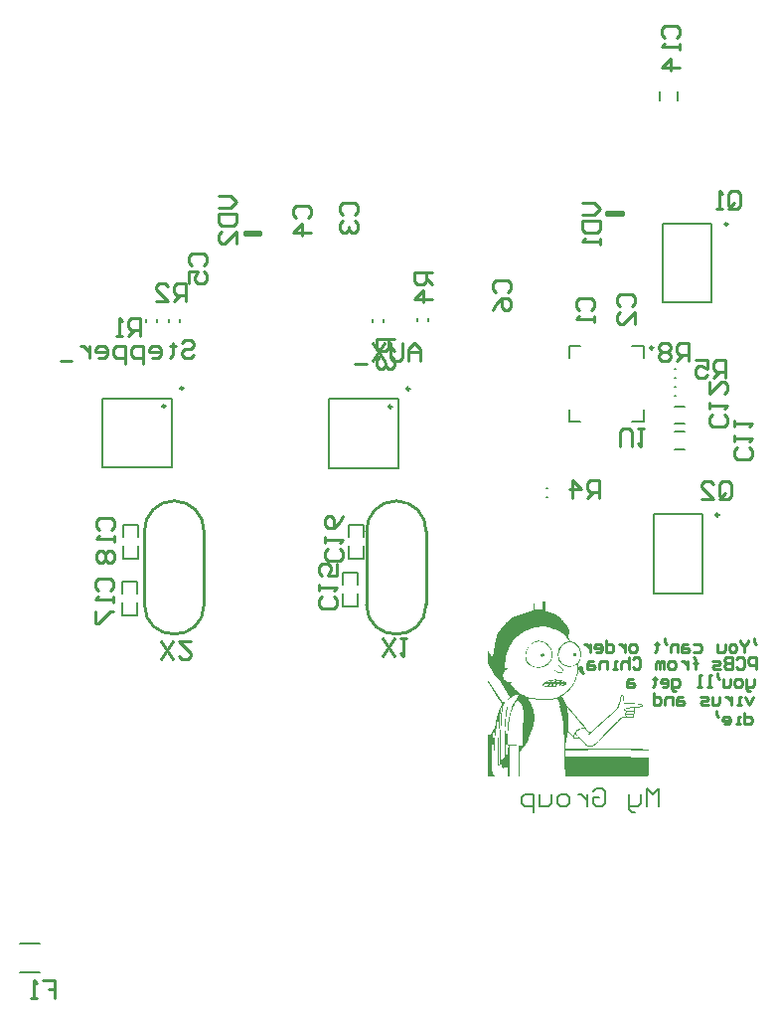
<source format=gbo>
G04 Layer_Color=13813960*
%FSLAX24Y24*%
%MOIN*%
G70*
G01*
G75*
%ADD19C,0.0100*%
%ADD20C,0.0059*%
%ADD61C,0.0098*%
%ADD63C,0.0079*%
%ADD107C,0.0050*%
G36*
X23133Y20345D02*
Y20333D01*
Y20322D01*
X23127Y20305D01*
Y20300D01*
X23122Y20294D01*
Y20277D01*
X23116Y20249D01*
X23110Y20221D01*
X23105Y20176D01*
X23099Y20125D01*
X23094Y20063D01*
Y20058D01*
X23088Y20030D01*
Y19996D01*
X23082Y19957D01*
Y19906D01*
X23077Y19850D01*
Y19749D01*
Y19743D01*
Y19737D01*
X23071Y19715D01*
X23066Y19709D01*
X23060Y19704D01*
X23054Y19709D01*
X23049Y19720D01*
Y19726D01*
X23043Y19743D01*
Y19754D01*
Y19782D01*
Y19810D01*
X23049Y19850D01*
Y19855D01*
Y19861D01*
X23054Y19900D01*
Y19951D01*
X23060Y20013D01*
X23066Y20080D01*
X23077Y20148D01*
X23082Y20204D01*
X23088Y20255D01*
Y20260D01*
Y20272D01*
X23094Y20305D01*
X23105Y20339D01*
X23116Y20350D01*
X23133D01*
Y20345D01*
D02*
G37*
G36*
X24415Y23736D02*
Y23730D01*
Y23719D01*
Y23697D01*
Y23657D01*
Y23573D01*
X24477Y23556D01*
X24483D01*
X24488Y23550D01*
X24522Y23545D01*
X24573Y23528D01*
X24635Y23505D01*
X24640D01*
X24646Y23500D01*
X24680Y23483D01*
X24725Y23466D01*
X24764Y23449D01*
X24770Y23444D01*
X24792Y23432D01*
X24826Y23410D01*
X24860Y23387D01*
X24865Y23382D01*
X24893Y23354D01*
X24933Y23314D01*
X24983Y23258D01*
X24989Y23252D01*
X25000Y23241D01*
X25017Y23219D01*
X25040Y23196D01*
X25090Y23145D01*
X25113Y23123D01*
X25129Y23100D01*
X25135Y23089D01*
X25146Y23067D01*
X25169Y23027D01*
X25186Y22977D01*
Y22971D01*
X25191Y22960D01*
Y22937D01*
Y22915D01*
X25197Y22881D01*
Y22842D01*
X25186Y22757D01*
X25175Y22690D01*
X25203Y22645D01*
Y22639D01*
X25214Y22628D01*
X25236Y22600D01*
X25270Y22566D01*
X25281Y22561D01*
X25293Y22555D01*
X25298D01*
X25309Y22549D01*
X25326Y22544D01*
X25360Y22532D01*
X25366Y22527D01*
X25388Y22516D01*
X25422Y22499D01*
X25450Y22476D01*
X25456Y22471D01*
X25473Y22454D01*
X25501Y22431D01*
X25529Y22392D01*
Y22386D01*
X25534Y22381D01*
X25551Y22352D01*
X25568Y22319D01*
X25585Y22279D01*
Y22268D01*
X25591Y22246D01*
X25596Y22201D01*
X25602Y22144D01*
Y22139D01*
Y22116D01*
Y22088D01*
X25596Y22054D01*
X25585Y21964D01*
X25568Y21919D01*
X25546Y21880D01*
X25518Y21829D01*
X25512Y21700D01*
Y21689D01*
Y21666D01*
X25506Y21621D01*
X25501Y21571D01*
X25495Y21514D01*
X25484Y21453D01*
X25450Y21329D01*
Y21323D01*
X25444Y21318D01*
X25433Y21290D01*
X25416Y21245D01*
X25388Y21194D01*
Y21188D01*
X25383Y21183D01*
X25366Y21149D01*
X25343Y21104D01*
X25315Y21065D01*
X25304Y21053D01*
X25276Y21025D01*
X25236Y20975D01*
X25175Y20913D01*
X25169Y20907D01*
X25158Y20896D01*
X25141Y20879D01*
X25118Y20856D01*
X25068Y20811D01*
X25011Y20766D01*
X25000Y20761D01*
X24983Y20744D01*
X24966Y20733D01*
X24955Y20721D01*
Y20716D01*
Y20705D01*
X24966Y20699D01*
Y20693D01*
X24978Y20682D01*
X24989Y20665D01*
X25006Y20631D01*
X25011Y20620D01*
X25023Y20598D01*
X25040Y20564D01*
X25062Y20519D01*
Y20513D01*
X25073Y20491D01*
X25085Y20474D01*
X25096Y20452D01*
X25101Y20446D01*
X25107Y20435D01*
X25141Y20395D01*
Y20390D01*
X25152Y20384D01*
X25163Y20367D01*
X25186Y20350D01*
X25208Y20322D01*
X25236Y20288D01*
X25276Y20249D01*
X25315Y20204D01*
X25321Y20198D01*
X25332Y20182D01*
X25354Y20159D01*
X25377Y20131D01*
X25433Y20063D01*
X25461Y20035D01*
X25484Y20007D01*
X25714Y19720D01*
X25771Y19659D01*
X25776Y19653D01*
X25788Y19630D01*
X25816Y19608D01*
X25844Y19574D01*
X25849Y19569D01*
X25866Y19546D01*
X25889Y19529D01*
X25900Y19524D01*
X25911Y19529D01*
X25928Y19540D01*
X25956Y19563D01*
X26080Y19664D01*
X26569Y20114D01*
X26738Y20266D01*
X26749Y20277D01*
X26766Y20294D01*
X26794Y20322D01*
X26817Y20345D01*
Y20350D01*
X26828Y20362D01*
X26834Y20378D01*
X26839Y20407D01*
X26884Y20513D01*
Y20519D01*
X26895Y20536D01*
X26901Y20558D01*
X26907Y20581D01*
Y20587D01*
X26912Y20598D01*
Y20626D01*
X26918Y20654D01*
Y20660D01*
Y20665D01*
Y20693D01*
X26924Y20727D01*
X26929Y20755D01*
Y20761D01*
X26935Y20766D01*
X26946Y20778D01*
X26963Y20783D01*
X26969D01*
X26985Y20789D01*
X27002Y20778D01*
X27014Y20761D01*
X27025Y20744D01*
Y20738D01*
X27036Y20721D01*
X27042Y20699D01*
X27047Y20671D01*
Y20665D01*
Y20643D01*
X27053Y20609D01*
Y20564D01*
Y20497D01*
X27188D01*
X27216Y20491D01*
X27295D01*
X27390Y20485D01*
X27413D01*
X27435Y20480D01*
X27463D01*
X27525Y20474D01*
X27559Y20468D01*
X27587D01*
X27604Y20463D01*
X27621Y20457D01*
X27643Y20452D01*
X27666Y20440D01*
X27683Y20423D01*
X27694Y20407D01*
Y20390D01*
X27688Y20384D01*
X27683Y20378D01*
X27666Y20367D01*
X27638Y20362D01*
X27598Y20350D01*
X27542Y20345D01*
X27469Y20333D01*
X27418D01*
X27413Y20300D01*
Y20294D01*
X27407Y20283D01*
X27402Y20255D01*
Y20249D01*
X27396Y20243D01*
Y20221D01*
Y20198D01*
Y20193D01*
Y20176D01*
Y20159D01*
X27390Y20142D01*
X27385Y20137D01*
X27379Y20125D01*
X27373Y20108D01*
Y20092D01*
Y20080D01*
X27368Y20058D01*
X27357Y20030D01*
X27328Y20007D01*
X27317Y20002D01*
X27165D01*
X27014Y20007D01*
X27008D01*
X26997Y20002D01*
X26974Y19990D01*
X26957Y19973D01*
X26935Y19957D01*
X26929Y19951D01*
X26924Y19945D01*
X26901Y19928D01*
X26879Y19900D01*
X26839Y19861D01*
X26794Y19816D01*
X26738Y19760D01*
X26670Y19687D01*
X26665Y19681D01*
X26659Y19675D01*
X26642Y19659D01*
X26620Y19636D01*
X26564Y19585D01*
X26496Y19518D01*
X26417Y19445D01*
X26339Y19366D01*
X26266Y19293D01*
X26192Y19225D01*
X26187Y19220D01*
X26164Y19197D01*
X26136Y19169D01*
X26102Y19141D01*
X26069Y19107D01*
X26035Y19079D01*
X26007Y19057D01*
X25990Y19046D01*
X25984Y19040D01*
X25967Y19034D01*
X25945Y19029D01*
X25872D01*
X25849Y19034D01*
X25827Y19040D01*
X25821D01*
X25804Y19051D01*
X25776Y19074D01*
X25737Y19113D01*
X25731D01*
X25726Y19124D01*
X25698Y19152D01*
X25647Y19203D01*
X25591Y19265D01*
X25585Y19270D01*
X25574Y19287D01*
X25557Y19304D01*
X25546Y19315D01*
X25529D01*
X25518Y19310D01*
X25512D01*
X25495Y19304D01*
X25411D01*
X25388Y19310D01*
X25366Y19315D01*
X25354Y19327D01*
X25343Y19338D01*
X25326Y19355D01*
X25203Y19479D01*
X25197Y19484D01*
X25186Y19495D01*
X25175Y19507D01*
X25169Y19512D01*
X25163Y19501D01*
X25152Y19490D01*
X25146Y19462D01*
Y19450D01*
X25141Y19428D01*
X25135Y19394D01*
X25124Y19355D01*
X25101Y19259D01*
X25096Y19214D01*
X25085Y19175D01*
Y19169D01*
X25079Y19164D01*
X25073Y19136D01*
X25068Y19091D01*
Y19046D01*
Y19040D01*
Y19034D01*
Y19012D01*
Y18984D01*
X25073Y18961D01*
X25079Y18956D01*
X25090D01*
X25101Y18950D01*
X27655D01*
X27722Y18944D01*
X27857D01*
X27863Y18939D01*
X27874Y18927D01*
Y18922D01*
X27868Y18916D01*
X27857Y18911D01*
X27306D01*
X27239Y18916D01*
X25900D01*
X25726Y18911D01*
X25557D01*
X25068Y18899D01*
X25073Y18826D01*
Y18821D01*
Y18815D01*
Y18787D01*
Y18753D01*
X25079Y18731D01*
Y18714D01*
X26440D01*
X26479Y18708D01*
X26507D01*
X26710Y18702D01*
X27868Y18680D01*
Y18056D01*
X27767Y18033D01*
X27750D01*
X27733Y18028D01*
X27700D01*
X27649Y18022D01*
X27582D01*
X27542Y18016D01*
X25068D01*
X25062Y18078D01*
X25051Y18483D01*
Y18489D01*
Y18494D01*
Y18511D01*
Y18534D01*
X25045Y18596D01*
Y18674D01*
Y18770D01*
X25040Y18877D01*
X25034Y18989D01*
Y19113D01*
X25023Y19366D01*
X25017Y19484D01*
X25011Y19602D01*
X25006Y19704D01*
X24995Y19799D01*
X24989Y19878D01*
X24983Y19934D01*
Y19940D01*
Y19945D01*
X24972Y19979D01*
X24966Y20030D01*
X24955Y20092D01*
X24938Y20153D01*
X24921Y20221D01*
X24910Y20277D01*
X24893Y20322D01*
X24888Y20328D01*
X24882Y20345D01*
X24876Y20367D01*
X24871Y20384D01*
Y20390D01*
X24876Y20395D01*
X24893D01*
X24899Y20401D01*
X24905Y20412D01*
Y20418D01*
X24899Y20435D01*
X24888Y20468D01*
X24882Y20491D01*
X24871Y20519D01*
Y20525D01*
X24865Y20530D01*
X24848Y20564D01*
X24831Y20598D01*
X24826Y20615D01*
X24815Y20626D01*
X24786Y20648D01*
X24730Y20637D01*
X24725D01*
X24713Y20631D01*
X24696Y20626D01*
X24680Y20620D01*
X24629Y20609D01*
X24578Y20603D01*
X24567D01*
X24533Y20598D01*
X24483Y20592D01*
X24421D01*
X24308Y20598D01*
X24213Y20603D01*
X23937Y20637D01*
X23830Y20660D01*
X23825D01*
Y20654D01*
X23830Y20643D01*
X23836Y20631D01*
X23847Y20615D01*
X23853Y20603D01*
X23870Y20581D01*
X23892Y20536D01*
X23920Y20468D01*
Y20463D01*
X23926Y20452D01*
X23937Y20429D01*
X23943Y20401D01*
X23971Y20333D01*
X23999Y20249D01*
Y20243D01*
X24005Y20232D01*
Y20215D01*
X24010Y20193D01*
X24016Y20165D01*
X24022Y20131D01*
X24027Y20047D01*
Y20041D01*
Y20024D01*
Y20002D01*
Y19973D01*
X24022Y19900D01*
X24016Y19827D01*
Y19822D01*
X24010Y19816D01*
Y19799D01*
X24005Y19777D01*
X23993Y19720D01*
X23971Y19647D01*
X23948Y19563D01*
X23920Y19479D01*
X23881Y19383D01*
X23842Y19293D01*
Y19287D01*
X23836Y19282D01*
X23825Y19254D01*
X23802Y19214D01*
X23774Y19164D01*
Y19158D01*
X23768Y19152D01*
X23746Y19124D01*
X23723Y19085D01*
X23695Y19057D01*
X23538Y18832D01*
X23532Y18039D01*
Y18033D01*
X23527Y18028D01*
X23521Y18022D01*
X23515Y18016D01*
X23510Y18022D01*
X23504Y18033D01*
Y18050D01*
Y18067D01*
X23515Y18792D01*
X23521Y18961D01*
Y18972D01*
Y18995D01*
Y19023D01*
Y19046D01*
X23515D01*
X23504Y19051D01*
X23482Y19057D01*
X23369D01*
X23212Y19074D01*
X23206D01*
X23200Y19068D01*
Y19057D01*
Y19051D01*
X23195Y19040D01*
Y19012D01*
X23189Y18989D01*
Y18961D01*
Y18753D01*
Y18433D01*
Y18427D01*
Y18421D01*
Y18388D01*
Y18337D01*
Y18275D01*
Y18213D01*
Y18157D01*
Y18106D01*
Y18073D01*
Y18067D01*
Y18061D01*
X23184Y18039D01*
X23178Y18022D01*
Y18016D01*
X23167D01*
X23161Y18022D01*
Y18033D01*
Y18039D01*
X23155Y18056D01*
Y18089D01*
Y18112D01*
Y18140D01*
Y18151D01*
Y18179D01*
Y18219D01*
Y18269D01*
X23150Y18314D01*
Y18354D01*
X23144Y18382D01*
X23139Y18393D01*
X23133D01*
X23122Y18388D01*
X23099Y18371D01*
X23060Y18348D01*
X23054Y18343D01*
X23037Y18331D01*
X23015Y18320D01*
X22998Y18309D01*
X22992D01*
X22987Y18303D01*
X22976Y18309D01*
X22964Y18320D01*
X22959Y18326D01*
X22953Y18343D01*
X22947Y18382D01*
X22942Y18404D01*
Y18438D01*
Y18444D01*
Y18455D01*
X22936Y18489D01*
Y18534D01*
X22942Y18579D01*
Y18590D01*
X22947Y18601D01*
X22959Y18618D01*
X23043Y18714D01*
Y19422D01*
Y19428D01*
Y19439D01*
Y19462D01*
X23049Y19484D01*
Y19529D01*
X23054Y19546D01*
Y19557D01*
Y19563D01*
X23066D01*
X23071Y19552D01*
Y19540D01*
Y19524D01*
X23077Y19501D01*
Y19473D01*
Y18877D01*
Y18871D01*
Y18860D01*
X23082Y18821D01*
Y18787D01*
X23088Y18776D01*
Y18770D01*
X23094Y18776D01*
X23105Y18781D01*
X23122Y18798D01*
X23127Y18804D01*
X23139Y18815D01*
X23150Y18826D01*
X23155Y18843D01*
Y18888D01*
X23167Y19074D01*
X23139Y19079D01*
X23133D01*
X23122Y19085D01*
X23110Y19096D01*
X23105Y19107D01*
Y19119D01*
Y19136D01*
Y19164D01*
Y19203D01*
X23110Y19259D01*
Y19327D01*
X23116Y19411D01*
Y19422D01*
Y19450D01*
X23122Y19495D01*
Y19552D01*
X23127Y19670D01*
X23133Y19720D01*
X23139Y19765D01*
Y19777D01*
X23144Y19805D01*
X23150Y19855D01*
X23161Y19912D01*
X23178Y19979D01*
X23189Y20052D01*
X23206Y20125D01*
X23229Y20198D01*
Y20204D01*
X23240Y20232D01*
X23251Y20266D01*
X23268Y20311D01*
X23285Y20362D01*
X23313Y20418D01*
X23375Y20536D01*
X23414Y20598D01*
Y20603D01*
X23420Y20615D01*
X23425Y20626D01*
X23431Y20637D01*
X23437Y20643D01*
X23442Y20660D01*
X23459Y20688D01*
X23465Y20693D01*
X23476Y20710D01*
X23487Y20733D01*
X23504Y20750D01*
X23510Y20755D01*
X23521Y20778D01*
Y20783D01*
X23510Y20789D01*
X23499D01*
X23476Y20783D01*
X23442Y20772D01*
X23437D01*
X23431Y20766D01*
X23409Y20761D01*
X23375Y20755D01*
X23347Y20744D01*
X23341Y20738D01*
X23319Y20733D01*
X23296Y20716D01*
X23262Y20699D01*
X23257Y20693D01*
X23234Y20682D01*
X23217Y20671D01*
X23200Y20660D01*
Y20654D01*
X23195Y20648D01*
X23189Y20643D01*
X23178D01*
X23161Y20631D01*
X23139Y20609D01*
X23116Y20587D01*
X23094Y20564D01*
X23088Y20558D01*
X23082Y20553D01*
X23054Y20519D01*
X23026Y20485D01*
X23004Y20446D01*
Y20440D01*
X22998Y20435D01*
X22992Y20418D01*
X22987Y20390D01*
X22981Y20350D01*
X22970Y20294D01*
X22964Y20227D01*
X22953Y20137D01*
Y20131D01*
Y20125D01*
X22947Y20092D01*
X22942Y20035D01*
X22936Y19962D01*
X22931Y19878D01*
X22925Y19777D01*
X22919Y19670D01*
X22914Y19552D01*
X22908Y19372D01*
X22891Y18433D01*
X22869Y18421D01*
X22863D01*
X22857Y18416D01*
X22829Y18404D01*
X22818D01*
X22807Y18416D01*
X22801Y18444D01*
Y18449D01*
Y18466D01*
Y18500D01*
Y18551D01*
Y18590D01*
Y18629D01*
Y18674D01*
Y18731D01*
X22807Y18787D01*
Y18854D01*
Y18933D01*
X22812Y19017D01*
Y19023D01*
Y19040D01*
Y19062D01*
Y19096D01*
Y19136D01*
X22818Y19181D01*
Y19282D01*
X22824Y19400D01*
Y19524D01*
X22829Y19642D01*
X22835Y19749D01*
Y19760D01*
Y19782D01*
X22841Y19816D01*
Y19861D01*
Y19906D01*
Y19945D01*
Y19979D01*
Y20002D01*
Y20007D01*
X22835D01*
X22829Y20002D01*
X22824Y19996D01*
X22818Y19973D01*
X22807Y19945D01*
X22796Y19900D01*
Y19895D01*
X22790Y19878D01*
X22784Y19855D01*
X22779Y19822D01*
X22773Y19777D01*
X22767Y19726D01*
X22756Y19670D01*
X22751Y19608D01*
X22734Y19473D01*
X22717Y19321D01*
X22711Y19158D01*
X22706Y19001D01*
Y18995D01*
Y18989D01*
Y18956D01*
Y18922D01*
Y18899D01*
Y18894D01*
X22700Y18888D01*
Y18877D01*
X22694D01*
X22689Y18882D01*
Y18888D01*
X22683Y18905D01*
Y18927D01*
X22677Y18961D01*
Y19001D01*
Y19057D01*
Y19062D01*
Y19085D01*
Y19113D01*
Y19152D01*
Y19197D01*
X22683Y19254D01*
X22689Y19360D01*
X22706Y19557D01*
Y19563D01*
Y19569D01*
X22700Y19580D01*
X22694D01*
X22689Y19569D01*
X22677Y19557D01*
X22666Y19540D01*
Y19535D01*
X22661Y19524D01*
X22655Y19507D01*
X22649Y19484D01*
Y19479D01*
X22644Y19450D01*
Y19428D01*
Y19405D01*
X22638Y19372D01*
Y19332D01*
Y19321D01*
X22632Y19293D01*
Y19248D01*
X22627Y19197D01*
Y19136D01*
X22621Y19068D01*
X22616Y19001D01*
Y18933D01*
Y18927D01*
Y18905D01*
Y18877D01*
Y18837D01*
Y18759D01*
Y18719D01*
Y18686D01*
Y18404D01*
Y18399D01*
Y18382D01*
Y18359D01*
Y18331D01*
X22621Y18264D01*
Y18236D01*
X22627Y18208D01*
Y18202D01*
Y18196D01*
X22632Y18174D01*
X22638Y18140D01*
X22655Y18106D01*
Y18101D01*
X22661Y18089D01*
X22672Y18078D01*
X22683Y18067D01*
Y18061D01*
X22694Y18056D01*
X22711Y18039D01*
Y18033D01*
Y18028D01*
X22700Y18022D01*
X22694D01*
X22677Y18016D01*
X22458D01*
Y19422D01*
X22509Y19428D01*
X22520D01*
X22542Y19434D01*
X22571Y19439D01*
X22587Y19450D01*
X22593Y19456D01*
X22599Y19462D01*
Y19479D01*
Y19484D01*
Y19490D01*
X22610Y19524D01*
X22638Y19569D01*
X22677Y19630D01*
X22689Y19642D01*
X22706Y19670D01*
Y19675D01*
X22711Y19681D01*
X22717Y19715D01*
Y19720D01*
X22722Y19737D01*
X22728Y19754D01*
X22734Y19760D01*
Y19771D01*
Y19782D01*
Y19788D01*
Y19805D01*
Y19833D01*
X22745Y19878D01*
Y19884D01*
Y19889D01*
X22751Y19923D01*
X22762Y19968D01*
X22779Y20030D01*
Y20035D01*
X22784Y20041D01*
Y20058D01*
X22790Y20080D01*
X22807Y20131D01*
X22829Y20193D01*
Y20198D01*
X22835Y20204D01*
X22852Y20243D01*
X22874Y20294D01*
X22897Y20350D01*
X22931Y20423D01*
Y20429D01*
X22936Y20440D01*
X22942Y20457D01*
Y20468D01*
X22936Y20474D01*
X22931Y20491D01*
X22919Y20519D01*
X22914Y20525D01*
X22897Y20553D01*
X22880Y20575D01*
X22863Y20603D01*
X22841Y20637D01*
X22812Y20676D01*
X22492Y21177D01*
X22486Y21183D01*
X22475Y21205D01*
X22464Y21233D01*
X22458Y21261D01*
Y21267D01*
Y21273D01*
X22464D01*
X22475Y21267D01*
Y21261D01*
X22486Y21245D01*
X22497Y21228D01*
X22514Y21205D01*
X22531Y21183D01*
X22554Y21149D01*
X22931Y20558D01*
X22936Y20553D01*
X22947Y20536D01*
X22964Y20519D01*
X22976Y20508D01*
X22992Y20513D01*
X23004Y20519D01*
X23021Y20530D01*
X23037Y20547D01*
X23066Y20575D01*
X23178Y20682D01*
X23206Y20710D01*
X22891Y21188D01*
X22683Y21475D01*
X22458Y21818D01*
X22464Y22274D01*
X22514Y22201D01*
X22520Y22195D01*
X22531Y22178D01*
X22548Y22156D01*
X22571Y22127D01*
X22587Y22105D01*
X22610Y22082D01*
X22621Y22071D01*
X22632D01*
Y22077D01*
X22638Y22082D01*
Y22094D01*
X22644Y22111D01*
X22649Y22133D01*
X22661Y22167D01*
X22666Y22206D01*
Y22212D01*
Y22229D01*
X22672Y22251D01*
X22677Y22279D01*
X22689Y22358D01*
X22700Y22442D01*
Y22454D01*
X22706Y22476D01*
X22711Y22521D01*
X22722Y22577D01*
Y22583D01*
Y22589D01*
X22734Y22622D01*
X22745Y22667D01*
X22756Y22707D01*
Y22712D01*
X22762Y22724D01*
X22767Y22740D01*
X22779Y22769D01*
X22807Y22830D01*
X22852Y22904D01*
X22857Y22909D01*
X22863Y22920D01*
X22880Y22937D01*
X22897Y22960D01*
X22942Y23016D01*
X22998Y23078D01*
X23043Y23129D01*
X23082Y23174D01*
X23088Y23185D01*
X23116Y23207D01*
X23150Y23247D01*
X23200Y23292D01*
X23206D01*
X23212Y23303D01*
X23245Y23325D01*
X23290Y23354D01*
X23341Y23382D01*
X23352Y23387D01*
X23364Y23393D01*
X23386Y23399D01*
X23414Y23410D01*
X23454Y23427D01*
X23504Y23444D01*
X23566Y23466D01*
X23915Y23578D01*
X23926Y23584D01*
X23948Y23595D01*
X23977Y23607D01*
X23999Y23612D01*
X24005Y23618D01*
X24010Y23629D01*
Y23646D01*
X24016Y23753D01*
Y23758D01*
Y23770D01*
Y23803D01*
Y23843D01*
X24022Y23860D01*
Y23871D01*
Y23877D01*
Y23882D01*
X24027Y23888D01*
X24038D01*
X24050Y23877D01*
Y23865D01*
Y23848D01*
X24044Y23820D01*
X24050Y23623D01*
X24308Y23629D01*
Y23888D01*
X24415D01*
Y23736D01*
D02*
G37*
%LPC*%
G36*
X26980Y20750D02*
X26969D01*
X26957Y20733D01*
Y20727D01*
X26952Y20710D01*
Y20682D01*
X26946Y20631D01*
Y20626D01*
X26940Y20603D01*
Y20581D01*
X26935Y20558D01*
Y20553D01*
X26929Y20542D01*
X26918Y20519D01*
X26907Y20497D01*
X26901Y20485D01*
X26895Y20463D01*
X26879Y20435D01*
X26867Y20395D01*
X26862Y20384D01*
X26856Y20367D01*
X26850Y20339D01*
Y20322D01*
Y20317D01*
Y20311D01*
X26845Y20305D01*
X26828D01*
X26811Y20288D01*
X26794Y20277D01*
X26772Y20260D01*
X26744Y20232D01*
X26710Y20198D01*
X26704Y20193D01*
X26693Y20182D01*
X26676Y20165D01*
X26648Y20142D01*
X26620Y20114D01*
X26581Y20080D01*
X26496Y19996D01*
X25883Y19439D01*
X25877D01*
X25872Y19428D01*
X25849Y19417D01*
X25833Y19405D01*
X25821D01*
Y19417D01*
X25827Y19422D01*
X25838Y19434D01*
X25855Y19450D01*
X25861D01*
X25866Y19462D01*
X25872Y19473D01*
Y19490D01*
X25866Y19495D01*
X25861Y19507D01*
X25838Y19529D01*
X25799Y19569D01*
X25731Y19636D01*
X25658Y19630D01*
X25647D01*
X25619Y19625D01*
X25579Y19619D01*
X25546Y19614D01*
X25540Y19608D01*
X25523Y19602D01*
X25495Y19580D01*
X25467Y19557D01*
X25461Y19552D01*
X25444Y19535D01*
X25428Y19524D01*
X25422Y19512D01*
Y19501D01*
X25433Y19484D01*
X25450Y19456D01*
X25743Y19152D01*
Y19147D01*
X25754Y19141D01*
X25782Y19119D01*
X25816Y19091D01*
X25844Y19068D01*
X25849D01*
X25861Y19062D01*
X25872Y19057D01*
X25922D01*
X25951Y19062D01*
X25979Y19074D01*
X26007Y19091D01*
X26018Y19102D01*
X26035Y19119D01*
X26057Y19141D01*
X26091Y19169D01*
X26136Y19214D01*
X26192Y19265D01*
X26260Y19332D01*
X26271Y19344D01*
X26294Y19366D01*
X26333Y19405D01*
X26384Y19456D01*
X26446Y19518D01*
X26519Y19591D01*
X26597Y19664D01*
X26682Y19749D01*
X26693Y19760D01*
X26715Y19782D01*
X26755Y19816D01*
X26794Y19861D01*
X26839Y19906D01*
X26884Y19951D01*
X26924Y19985D01*
X26952Y20013D01*
X26957Y20018D01*
X26980Y20035D01*
X26997Y20041D01*
X27008Y20047D01*
X27014Y20041D01*
X27019D01*
X27030Y20035D01*
X27047Y20030D01*
X27070Y20024D01*
X27115D01*
Y20030D01*
X27109Y20041D01*
X27098Y20058D01*
X27092Y20063D01*
X27087Y20075D01*
X27075Y20092D01*
Y20108D01*
Y20120D01*
Y20125D01*
X27070Y20137D01*
X27064Y20142D01*
Y20153D01*
X27070Y20170D01*
X27075Y20182D01*
X27092Y20193D01*
X27098Y20198D01*
X27109Y20204D01*
Y20210D01*
Y20215D01*
X27104Y20221D01*
X27075D01*
X27059Y20227D01*
X27047Y20238D01*
X27042D01*
X27036Y20243D01*
X27025Y20255D01*
X27019Y20266D01*
Y20272D01*
X27030Y20283D01*
X27042Y20294D01*
X27064Y20305D01*
X27092Y20317D01*
X27137Y20333D01*
X27199Y20345D01*
X27278Y20350D01*
X27340Y20356D01*
X27373D01*
X27418Y20362D01*
X27486Y20373D01*
X27503D01*
X27537Y20378D01*
X27576Y20384D01*
X27598Y20390D01*
X27610D01*
X27638Y20395D01*
X27643D01*
X27649Y20401D01*
X27655Y20407D01*
Y20418D01*
X27649D01*
X27632Y20429D01*
X27621Y20435D01*
X27598D01*
X27570Y20440D01*
X27537Y20446D01*
X27514D01*
X27492Y20452D01*
X27458D01*
X27413Y20457D01*
X27357D01*
X27289Y20463D01*
X27030D01*
X27025Y20558D01*
Y20564D01*
Y20581D01*
X27019Y20609D01*
Y20637D01*
X27008Y20699D01*
X27002Y20727D01*
X26991Y20744D01*
X26985D01*
X26980Y20750D01*
D02*
G37*
G36*
X25124Y20350D02*
Y20345D01*
Y20333D01*
X25129Y20305D01*
X25141Y20260D01*
Y20255D01*
X25146Y20243D01*
X25152Y20210D01*
X25163Y20159D01*
X25175Y20114D01*
Y20103D01*
X25180Y20075D01*
X25186Y20030D01*
Y19968D01*
Y19962D01*
Y19940D01*
Y19912D01*
Y19872D01*
X25180Y19816D01*
Y19754D01*
X25175Y19687D01*
X25163Y19608D01*
Y19569D01*
X25309Y19411D01*
X25315Y19405D01*
X25321Y19400D01*
X25332Y19394D01*
X25343Y19389D01*
X25349Y19394D01*
Y19400D01*
X25354Y19417D01*
Y19422D01*
X25360Y19439D01*
X25371Y19462D01*
X25388Y19495D01*
X25394Y19501D01*
X25405Y19524D01*
X25422Y19552D01*
X25444Y19580D01*
X25450Y19585D01*
X25473Y19602D01*
X25501Y19625D01*
X25534Y19642D01*
X25540D01*
X25563Y19647D01*
X25602Y19653D01*
X25647Y19659D01*
X25681D01*
X25703Y19664D01*
X25709D01*
X25714Y19670D01*
X25709Y19681D01*
X25698Y19692D01*
X25681Y19715D01*
X25411Y20041D01*
X25186Y20305D01*
X25180Y20311D01*
X25158Y20328D01*
X25141Y20345D01*
X25124Y20350D01*
D02*
G37*
G36*
X27334Y20108D02*
X27317D01*
X27306Y20103D01*
X27278Y20097D01*
X27165D01*
X27137Y20103D01*
X27109D01*
Y20092D01*
Y20086D01*
X27115Y20075D01*
X27126Y20063D01*
X27149Y20047D01*
X27160Y20041D01*
X27188Y20035D01*
X27194D01*
X27205Y20030D01*
X27267D01*
X27300Y20035D01*
X27334Y20052D01*
X27345Y20063D01*
Y20080D01*
Y20086D01*
X27340Y20097D01*
X27334Y20108D01*
D02*
G37*
G36*
X24393Y23055D02*
X24286D01*
X24213Y23050D01*
X24202D01*
X24185Y23044D01*
X24162D01*
X24106Y23033D01*
X24033Y23016D01*
X23948Y22999D01*
X23864Y22971D01*
X23768Y22932D01*
X23679Y22887D01*
X23673D01*
X23667Y22881D01*
X23639Y22864D01*
X23594Y22830D01*
X23538Y22791D01*
X23476Y22746D01*
X23414Y22684D01*
X23347Y22617D01*
X23290Y22544D01*
Y22538D01*
X23285Y22532D01*
X23262Y22504D01*
X23240Y22454D01*
X23206Y22392D01*
X23167Y22313D01*
X23133Y22229D01*
X23099Y22133D01*
X23077Y22037D01*
Y22032D01*
X23071Y22015D01*
Y21993D01*
X23066Y21964D01*
Y21925D01*
X23060Y21886D01*
X23054Y21790D01*
Y21784D01*
Y21768D01*
Y21745D01*
Y21723D01*
Y21672D01*
X23060Y21655D01*
X23066Y21644D01*
X23071D01*
X23082Y21649D01*
X23099Y21661D01*
X23105D01*
X23116Y21666D01*
X23139Y21672D01*
X23161Y21683D01*
X23200D01*
Y21678D01*
Y21666D01*
X23195Y21661D01*
X23184Y21655D01*
X23161Y21649D01*
X23155D01*
X23144Y21644D01*
X23127Y21638D01*
X23099Y21627D01*
X23094Y21621D01*
X23071Y21610D01*
X23054Y21593D01*
X23032Y21571D01*
X23026Y21565D01*
X23021Y21548D01*
X23009Y21526D01*
X22992Y21492D01*
X22987Y21453D01*
Y21408D01*
X22992Y21363D01*
X23009Y21318D01*
Y21312D01*
X23021Y21301D01*
X23037Y21278D01*
X23060Y21256D01*
X23088Y21233D01*
X23127Y21211D01*
X23172Y21200D01*
X23229Y21194D01*
X23285D01*
X23290Y21188D01*
X23285Y21183D01*
X23268Y21171D01*
X23262D01*
X23257Y21166D01*
X23245D01*
X23240Y21160D01*
Y21155D01*
X23245Y21143D01*
X23262Y21115D01*
X23274Y21098D01*
X23296Y21070D01*
Y21065D01*
X23307Y21059D01*
X23330Y21020D01*
X23369Y20975D01*
X23420Y20924D01*
X23425Y20918D01*
X23437Y20907D01*
X23459Y20890D01*
X23482Y20868D01*
X23487Y20862D01*
X23504Y20851D01*
X23544Y20823D01*
X23555Y20817D01*
X23583Y20800D01*
X23628Y20778D01*
X23684Y20750D01*
X23690D01*
X23695Y20744D01*
X23729Y20727D01*
X23774Y20710D01*
X23819Y20693D01*
X23825D01*
X23836Y20688D01*
X23858Y20682D01*
X23892Y20676D01*
X23932Y20671D01*
X23982Y20665D01*
X24038Y20654D01*
X24100Y20648D01*
X24106D01*
X24128Y20643D01*
X24162D01*
X24207Y20637D01*
X24258Y20631D01*
X24314D01*
X24427Y20626D01*
X24511D01*
X24550Y20631D01*
X24578D01*
X24612Y20637D01*
X24651Y20648D01*
X24657D01*
X24668Y20654D01*
X24691Y20660D01*
X24713Y20665D01*
X24764Y20676D01*
X24815Y20693D01*
X24826Y20699D01*
X24848Y20705D01*
X24882Y20721D01*
X24921Y20750D01*
X24933Y20755D01*
X24955Y20772D01*
X24989Y20795D01*
X25028Y20823D01*
X25034Y20828D01*
X25062Y20851D01*
X25101Y20885D01*
X25152Y20935D01*
X25158Y20941D01*
X25175Y20958D01*
X25197Y20986D01*
X25231Y21014D01*
X25264Y21059D01*
X25298Y21098D01*
X25332Y21149D01*
X25360Y21200D01*
Y21205D01*
X25371Y21222D01*
X25383Y21250D01*
X25399Y21290D01*
X25416Y21335D01*
X25433Y21385D01*
X25450Y21447D01*
X25467Y21514D01*
Y21520D01*
Y21526D01*
X25473Y21559D01*
X25478Y21616D01*
X25484Y21683D01*
Y21689D01*
Y21700D01*
Y21734D01*
Y21773D01*
Y21790D01*
X25478Y21796D01*
X25473Y21790D01*
X25456Y21784D01*
X25433Y21773D01*
X25422Y21768D01*
X25394Y21751D01*
X25349Y21728D01*
X25293Y21717D01*
X25276D01*
X25259Y21711D01*
X25186D01*
X25129Y21717D01*
X25124D01*
X25107Y21723D01*
X25079Y21734D01*
X25045Y21751D01*
X25011Y21768D01*
X24972Y21796D01*
X24933Y21829D01*
X24899Y21869D01*
X24893Y21874D01*
X24882Y21891D01*
X24871Y21914D01*
X24854Y21948D01*
X24843Y21987D01*
X24826Y22032D01*
X24820Y22088D01*
Y22144D01*
Y22150D01*
Y22167D01*
X24826Y22189D01*
X24831Y22217D01*
X24848Y22291D01*
X24888Y22369D01*
Y22375D01*
X24899Y22386D01*
X24910Y22403D01*
X24927Y22426D01*
X24978Y22476D01*
X25040Y22516D01*
X25045D01*
X25068Y22527D01*
X25096Y22538D01*
X25129Y22549D01*
X25135D01*
X25152Y22555D01*
X25175Y22561D01*
X25208D01*
X25219Y22566D01*
Y22572D01*
X25208Y22583D01*
X25186Y22617D01*
X25175Y22639D01*
X25152Y22667D01*
X25146Y22673D01*
X25141Y22679D01*
X25113Y22712D01*
X25073Y22757D01*
X25034Y22791D01*
X25028Y22797D01*
X25017Y22802D01*
X25000Y22819D01*
X24983Y22836D01*
X24927Y22875D01*
X24871Y22909D01*
X24865D01*
X24854Y22915D01*
X24837Y22926D01*
X24809Y22937D01*
X24775Y22949D01*
X24730Y22965D01*
X24685Y22982D01*
X24629Y22999D01*
X24623D01*
X24601Y23005D01*
X24573Y23016D01*
X24539Y23022D01*
X24460Y23044D01*
X24427Y23050D01*
X24393Y23055D01*
D02*
G37*
G36*
X27368Y20333D02*
X27328D01*
X27289Y20328D01*
X27239Y20317D01*
X27233D01*
X27210Y20311D01*
X27182Y20305D01*
X27149Y20300D01*
X27115Y20294D01*
X27087Y20283D01*
X27064Y20277D01*
X27059Y20272D01*
Y20266D01*
X27064Y20260D01*
X27081Y20255D01*
X27109Y20249D01*
X27120D01*
X27143Y20243D01*
X27188Y20238D01*
X27300D01*
X27323Y20243D01*
X27334D01*
X27357Y20255D01*
X27362Y20260D01*
X27373Y20272D01*
X27379Y20294D01*
Y20322D01*
X27373Y20328D01*
X27368Y20333D01*
D02*
G37*
G36*
X27357Y20215D02*
X27340D01*
X27267Y20204D01*
X27255D01*
X27227Y20198D01*
X27194Y20193D01*
X27154Y20187D01*
X27120Y20176D01*
X27098Y20165D01*
Y20159D01*
Y20148D01*
X27109Y20142D01*
X27126Y20137D01*
X27132D01*
X27149Y20131D01*
X27188Y20125D01*
X27289D01*
X27312Y20131D01*
X27323D01*
X27340Y20142D01*
X27345Y20148D01*
X27357Y20159D01*
X27368Y20176D01*
X27362Y20204D01*
Y20210D01*
X27357Y20215D01*
D02*
G37*
G36*
X23465Y20587D02*
X23459D01*
X23442Y20575D01*
X23437Y20570D01*
X23431Y20553D01*
X23409Y20530D01*
X23386Y20485D01*
Y20480D01*
X23380Y20474D01*
X23358Y20446D01*
X23341Y20401D01*
X23319Y20356D01*
X23313Y20345D01*
X23307Y20322D01*
X23290Y20283D01*
X23274Y20232D01*
X23251Y20170D01*
X23229Y20097D01*
X23212Y20018D01*
X23195Y19934D01*
Y19923D01*
X23189Y19889D01*
X23184Y19844D01*
X23172Y19771D01*
X23167Y19692D01*
X23161Y19591D01*
X23155Y19484D01*
X23150Y19360D01*
X23144Y19124D01*
Y19119D01*
X23155Y19113D01*
X23172Y19107D01*
X23184D01*
X23217Y19102D01*
X23274Y19096D01*
X23347Y19091D01*
X23364D01*
X23386Y19085D01*
X23409D01*
X23465Y19079D01*
X23622D01*
X23628Y19411D01*
Y19422D01*
Y19450D01*
Y19490D01*
Y19535D01*
Y19591D01*
Y19636D01*
X23634Y19681D01*
Y19715D01*
Y19726D01*
X23639Y19754D01*
X23645Y19794D01*
X23650Y19839D01*
Y19844D01*
X23656Y19867D01*
X23662Y19895D01*
X23667Y19940D01*
X23673Y19990D01*
X23679Y20047D01*
X23673Y20170D01*
Y20176D01*
Y20193D01*
X23667Y20215D01*
X23662Y20243D01*
X23650Y20311D01*
X23628Y20384D01*
Y20390D01*
X23622Y20401D01*
X23611Y20412D01*
X23600Y20435D01*
X23566Y20485D01*
X23515Y20542D01*
X23510Y20547D01*
X23493Y20564D01*
X23476Y20581D01*
X23465Y20587D01*
D02*
G37*
G36*
X25219Y22527D02*
X25163Y22521D01*
X25107Y22510D01*
X25101D01*
X25096Y22504D01*
X25062Y22493D01*
X25023Y22471D01*
X24983Y22442D01*
X24972Y22437D01*
X24955Y22409D01*
X24927Y22375D01*
X24905Y22330D01*
X24899Y22324D01*
X24893Y22307D01*
X24882Y22279D01*
X24871Y22246D01*
X24860Y22206D01*
X24854Y22161D01*
X24848Y22116D01*
X24854Y22066D01*
Y22060D01*
X24860Y22043D01*
Y22021D01*
X24871Y21987D01*
X24882Y21953D01*
X24899Y21919D01*
X24927Y21880D01*
X24955Y21846D01*
X24961Y21841D01*
X24983Y21824D01*
X25017Y21801D01*
X25062Y21779D01*
X25113Y21756D01*
X25175Y21739D01*
X25236Y21734D01*
X25309Y21745D01*
X25315D01*
X25338Y21756D01*
X25371Y21773D01*
X25411Y21796D01*
X25456Y21829D01*
X25495Y21874D01*
X25534Y21931D01*
X25563Y21998D01*
Y22004D01*
X25568Y22032D01*
X25574Y22071D01*
Y22122D01*
Y22127D01*
Y22133D01*
Y22161D01*
X25568Y22201D01*
X25563Y22234D01*
Y22240D01*
X25551Y22262D01*
X25540Y22291D01*
X25523Y22330D01*
X25501Y22369D01*
X25473Y22409D01*
X25439Y22448D01*
X25394Y22482D01*
X25388Y22487D01*
X25371Y22493D01*
X25343Y22504D01*
X25309Y22516D01*
X25264Y22521D01*
X25219Y22527D01*
D02*
G37*
G36*
X22942Y20350D02*
X22936Y20345D01*
Y20339D01*
X22931Y20333D01*
X22919Y20317D01*
X22914Y20294D01*
Y20288D01*
X22908Y20283D01*
X22902Y20249D01*
X22891Y20198D01*
Y20193D01*
Y20170D01*
X22886Y20137D01*
Y20092D01*
X22880Y20035D01*
X22874Y19973D01*
Y19900D01*
X22869Y19822D01*
X22852Y19439D01*
Y19434D01*
Y19428D01*
Y19394D01*
X22846Y19344D01*
Y19270D01*
Y19186D01*
X22841Y19085D01*
Y18967D01*
Y18843D01*
Y18837D01*
Y18826D01*
Y18809D01*
Y18787D01*
Y18731D01*
Y18657D01*
Y18590D01*
Y18522D01*
Y18472D01*
Y18455D01*
Y18444D01*
X22857D01*
X22863Y18449D01*
X22869Y18455D01*
X22874Y18472D01*
Y18478D01*
Y18500D01*
Y18517D01*
Y18545D01*
X22869Y18573D01*
Y18612D01*
Y18618D01*
Y18629D01*
Y18646D01*
Y18674D01*
Y18708D01*
Y18753D01*
Y18798D01*
Y18854D01*
Y18916D01*
Y18989D01*
X22874Y19062D01*
Y19147D01*
Y19237D01*
X22880Y19327D01*
Y19428D01*
X22886Y19535D01*
Y19540D01*
Y19557D01*
Y19591D01*
X22891Y19625D01*
Y19675D01*
Y19726D01*
X22902Y19844D01*
X22908Y19968D01*
X22914Y20092D01*
X22919Y20148D01*
X22925Y20198D01*
X22931Y20243D01*
X22936Y20283D01*
Y20288D01*
X22942Y20305D01*
X22947Y20322D01*
Y20339D01*
Y20345D01*
X22942Y20350D01*
D02*
G37*
G36*
X25405Y19450D02*
X25399Y19445D01*
X25388Y19428D01*
X25383Y19405D01*
Y19400D01*
X25371Y19383D01*
X25366Y19360D01*
X25383Y19344D01*
X25388D01*
X25394Y19338D01*
X25416Y19332D01*
X25467D01*
X25484Y19338D01*
X25501Y19344D01*
X25506Y19349D01*
X25512Y19355D01*
Y19360D01*
X25501Y19372D01*
X25489Y19383D01*
X25467Y19405D01*
X25456Y19411D01*
X25439Y19428D01*
X25416Y19445D01*
X25405Y19450D01*
D02*
G37*
%LPD*%
G36*
X25422Y22161D02*
X25428D01*
X25433Y22156D01*
X25444Y22144D01*
X25450Y22122D01*
Y22116D01*
X25444Y22099D01*
X25422Y22082D01*
X25411Y22077D01*
X25388Y22071D01*
X25354D01*
X25338Y22082D01*
X25326Y22088D01*
Y22105D01*
Y22111D01*
Y22122D01*
X25338Y22139D01*
X25349Y22156D01*
X25354D01*
X25360Y22161D01*
X25388Y22167D01*
X25394D01*
X25422Y22161D01*
D02*
G37*
G36*
X24803Y21278D02*
X24854Y21273D01*
X24910Y21261D01*
X24916D01*
X24921Y21256D01*
X24950Y21250D01*
X24989Y21245D01*
X25023Y21233D01*
X25028Y21228D01*
X25045Y21222D01*
X25085Y21194D01*
X25090Y21188D01*
X25101Y21171D01*
X25113Y21149D01*
X25107Y21121D01*
X25101Y21115D01*
X25085Y21104D01*
X25062Y21087D01*
X25017Y21076D01*
X25011D01*
X25000Y21070D01*
X24983D01*
X24955Y21065D01*
X24916Y21059D01*
X24865D01*
X24803Y21053D01*
X24730Y21048D01*
X24691D01*
X24657Y21042D01*
X24415D01*
X24398Y21048D01*
X24370Y21053D01*
X24348Y21065D01*
X24325Y21081D01*
X24314Y21104D01*
X24320Y21132D01*
X24325Y21149D01*
X24342Y21166D01*
X24348Y21171D01*
X24370Y21188D01*
X24404Y21211D01*
X24443Y21233D01*
X24455Y21239D01*
X24483Y21245D01*
X24539Y21261D01*
X24612Y21273D01*
X24629D01*
X24646Y21278D01*
X24663D01*
X24713Y21284D01*
X24775D01*
X24803Y21278D01*
D02*
G37*
G36*
X24871Y21756D02*
X24888Y21745D01*
X24916Y21723D01*
X24921Y21717D01*
X24938Y21700D01*
X24961Y21678D01*
X24978Y21655D01*
Y21649D01*
X24983Y21638D01*
X24989Y21621D01*
X24995Y21599D01*
Y21593D01*
Y21582D01*
Y21571D01*
X24989Y21559D01*
X24983Y21554D01*
X24972Y21531D01*
X24966Y21526D01*
X24961Y21520D01*
X24955Y21514D01*
X24944Y21509D01*
X24938D01*
X24933Y21503D01*
X24882D01*
X24837Y21514D01*
X24831D01*
X24815Y21520D01*
X24792Y21531D01*
X24764Y21554D01*
X24758Y21559D01*
X24736Y21571D01*
X24719Y21588D01*
X24708Y21599D01*
Y21604D01*
X24736D01*
X24753Y21593D01*
X24770Y21582D01*
X24775Y21576D01*
X24792Y21571D01*
X24815Y21554D01*
X24843Y21543D01*
X24871Y21537D01*
X24905Y21531D01*
X24933Y21537D01*
X24961Y21559D01*
Y21565D01*
X24966Y21576D01*
X24972Y21593D01*
X24966Y21616D01*
Y21621D01*
X24955Y21638D01*
X24938Y21661D01*
X24910Y21694D01*
X24905Y21700D01*
X24899Y21706D01*
X24876Y21728D01*
X24865Y21745D01*
X24854Y21756D01*
Y21762D01*
X24860D01*
X24871Y21756D01*
D02*
G37*
G36*
X24235Y22577D02*
X24297Y22566D01*
X24303D01*
X24314Y22561D01*
X24337Y22555D01*
X24365Y22544D01*
X24432Y22510D01*
X24500Y22459D01*
Y22454D01*
X24511Y22448D01*
X24539Y22414D01*
X24573Y22375D01*
X24601Y22324D01*
Y22319D01*
X24606Y22313D01*
X24618Y22279D01*
X24629Y22229D01*
X24640Y22167D01*
Y22156D01*
Y22133D01*
X24635Y22094D01*
X24629Y22043D01*
X24612Y21987D01*
X24590Y21925D01*
X24550Y21869D01*
X24505Y21813D01*
X24500Y21807D01*
X24494Y21801D01*
X24460Y21773D01*
X24410Y21739D01*
X24342Y21711D01*
X24337D01*
X24325Y21706D01*
X24303Y21700D01*
X24280Y21694D01*
X24213Y21678D01*
X24117D01*
X24095Y21683D01*
X24067D01*
X23993Y21706D01*
X23954Y21717D01*
X23915Y21739D01*
X23909D01*
X23898Y21751D01*
X23881Y21762D01*
X23853Y21784D01*
X23808Y21829D01*
X23780Y21863D01*
X23763Y21897D01*
X23757Y21903D01*
X23752Y21925D01*
X23740Y21959D01*
X23735Y21993D01*
Y21998D01*
X23729Y22021D01*
X23723Y22054D01*
Y22099D01*
Y22105D01*
Y22111D01*
X23729Y22144D01*
X23740Y22201D01*
X23757Y22262D01*
X23791Y22336D01*
X23836Y22403D01*
X23898Y22471D01*
X23937Y22504D01*
X23982Y22532D01*
X23988D01*
X23999Y22538D01*
X24016Y22544D01*
X24038Y22555D01*
X24089Y22572D01*
X24145Y22583D01*
X24190D01*
X24235Y22577D01*
D02*
G37*
%LPC*%
G36*
X24831Y21245D02*
X24781D01*
X24770Y21239D01*
Y21233D01*
Y21222D01*
X24775Y21216D01*
X24786Y21200D01*
Y21194D01*
X24798Y21188D01*
X24809Y21183D01*
X24826Y21188D01*
X24837Y21194D01*
X24860Y21216D01*
X24865D01*
Y21228D01*
X24860Y21233D01*
X24848Y21239D01*
X24831Y21245D01*
D02*
G37*
G36*
X24539Y21228D02*
X24516D01*
X24505Y21222D01*
X24488D01*
X24483Y21216D01*
Y21211D01*
Y21205D01*
X24494Y21194D01*
Y21188D01*
X24500Y21183D01*
X24511D01*
X24528Y21188D01*
X24533D01*
X24545Y21194D01*
X24556Y21205D01*
X24561Y21216D01*
X24550Y21222D01*
X24539Y21228D01*
D02*
G37*
G36*
X24961Y21222D02*
X24944Y21216D01*
X24938Y21211D01*
Y21205D01*
X24950Y21194D01*
X24961Y21188D01*
X24972Y21183D01*
X24983D01*
X25000Y21194D01*
X25006Y21205D01*
X25000Y21211D01*
X24995Y21216D01*
X24978D01*
X24961Y21222D01*
D02*
G37*
G36*
X24235Y22549D02*
X24140D01*
X24089Y22544D01*
X24083D01*
X24067Y22538D01*
X24044Y22527D01*
X24016Y22516D01*
X23948Y22476D01*
X23875Y22420D01*
X23870Y22414D01*
X23858Y22403D01*
X23847Y22386D01*
X23825Y22358D01*
X23791Y22291D01*
X23774Y22251D01*
X23763Y22212D01*
Y22206D01*
X23757Y22178D01*
X23752Y22144D01*
Y22094D01*
Y22088D01*
Y22082D01*
Y22054D01*
X23757Y22015D01*
X23763Y21981D01*
Y21976D01*
X23768Y21964D01*
X23774Y21948D01*
X23785Y21925D01*
X23813Y21874D01*
X23858Y21824D01*
X23864Y21818D01*
X23870Y21813D01*
X23887Y21801D01*
X23903Y21784D01*
X23965Y21745D01*
X24038Y21717D01*
X24044D01*
X24067Y21711D01*
X24100Y21706D01*
X24185D01*
X24224Y21711D01*
X24269Y21717D01*
X24280D01*
X24303Y21728D01*
X24342Y21745D01*
X24387Y21768D01*
X24438Y21796D01*
X24483Y21835D01*
X24528Y21880D01*
X24561Y21936D01*
X24567Y21942D01*
X24578Y21964D01*
X24590Y21998D01*
X24606Y22037D01*
Y22049D01*
X24612Y22071D01*
X24618Y22105D01*
Y22139D01*
Y22144D01*
Y22167D01*
X24612Y22195D01*
X24606Y22234D01*
X24601Y22240D01*
X24595Y22262D01*
X24578Y22296D01*
X24561Y22324D01*
X24556Y22330D01*
X24550Y22347D01*
X24533Y22369D01*
X24511Y22397D01*
X24488Y22426D01*
X24455Y22459D01*
X24410Y22487D01*
X24365Y22516D01*
X24359D01*
X24342Y22521D01*
X24314Y22532D01*
X24275Y22538D01*
X24235Y22549D01*
D02*
G37*
G36*
X24725Y21250D02*
X24668D01*
X24651Y21245D01*
X24629Y21239D01*
X24618D01*
X24612Y21233D01*
Y21228D01*
Y21222D01*
X24618Y21216D01*
X24623Y21211D01*
X24646Y21200D01*
X24657D01*
X24674Y21205D01*
X24708Y21222D01*
X24713Y21228D01*
X24730Y21245D01*
X24725Y21250D01*
D02*
G37*
G36*
X24466Y21143D02*
X24460D01*
X24443Y21138D01*
X24415Y21132D01*
X24387Y21121D01*
X24382Y21115D01*
X24370Y21110D01*
X24359Y21104D01*
X24353Y21093D01*
Y21087D01*
X24365Y21081D01*
X24393Y21076D01*
X24466D01*
X24488Y21087D01*
X24494Y21098D01*
X24500Y21110D01*
Y21115D01*
X24494Y21126D01*
X24483Y21138D01*
X24466Y21143D01*
D02*
G37*
G36*
X24590Y21121D02*
X24567D01*
X24545Y21110D01*
X24539Y21104D01*
X24528Y21087D01*
Y21081D01*
X24533Y21076D01*
X24545Y21070D01*
X24578D01*
X24601Y21076D01*
X24606Y21081D01*
X24612Y21087D01*
Y21098D01*
X24606Y21110D01*
X24601Y21115D01*
X24590Y21121D01*
D02*
G37*
G36*
X24713Y21138D02*
X24691Y21132D01*
X24680Y21126D01*
X24668Y21115D01*
Y21110D01*
X24663Y21104D01*
X24657Y21093D01*
Y21087D01*
X24663Y21081D01*
X24674Y21076D01*
X24725D01*
X24736Y21081D01*
X24741Y21087D01*
Y21098D01*
X24747Y21110D01*
X24736Y21126D01*
X24730Y21132D01*
X24713Y21138D01*
D02*
G37*
G36*
X24983D02*
X24955Y21132D01*
X24944Y21126D01*
X24927Y21115D01*
X24921Y21110D01*
X24916Y21098D01*
Y21093D01*
Y21087D01*
X24921Y21081D01*
X24944D01*
X24955Y21087D01*
X24983D01*
X25011Y21098D01*
X25017Y21104D01*
Y21110D01*
X25006Y21126D01*
X25000Y21132D01*
X24983Y21138D01*
D02*
G37*
G36*
X24854Y21126D02*
X24831D01*
X24809Y21121D01*
X24803Y21115D01*
X24792Y21110D01*
X24781Y21093D01*
Y21081D01*
X24786Y21076D01*
X24843D01*
X24865Y21081D01*
X24871Y21087D01*
X24876Y21093D01*
Y21104D01*
X24865Y21115D01*
X24860Y21121D01*
X24854Y21126D01*
D02*
G37*
%LPD*%
G36*
X24337Y22150D02*
X24342Y22144D01*
X24353Y22127D01*
Y22122D01*
X24359Y22116D01*
X24365Y22094D01*
X24359Y22088D01*
X24348Y22071D01*
X24342Y22066D01*
X24337Y22060D01*
X24331Y22054D01*
X24325D01*
X24320Y22049D01*
X24314Y22043D01*
X24308Y22037D01*
X24280D01*
X24269Y22043D01*
X24258Y22054D01*
X24252D01*
X24247Y22066D01*
X24241Y22077D01*
Y22088D01*
X24247Y22111D01*
X24252Y22116D01*
X24258Y22122D01*
X24280Y22139D01*
X24286D01*
X24297Y22144D01*
X24308Y22150D01*
X24325Y22156D01*
X24337Y22150D01*
D02*
G37*
D19*
X18400Y23800D02*
G03*
X20400Y23800I1000J5D01*
G01*
Y26250D02*
G03*
X18400Y26250I-1000J24D01*
G01*
X10950Y23800D02*
G03*
X12950Y23800I1000J5D01*
G01*
Y26250D02*
G03*
X10950Y26250I-1000J24D01*
G01*
X20400Y23800D02*
Y26250D01*
X18400Y23800D02*
Y26250D01*
X12950Y23800D02*
Y26250D01*
X10950Y23800D02*
Y26250D01*
X26450Y36850D02*
Y36950D01*
Y36850D02*
X27000D01*
Y36950D01*
X26450D02*
X27000D01*
X14850Y36200D02*
Y36300D01*
X14300D02*
X14850D01*
X14300Y36200D02*
Y36300D01*
Y36200D02*
X14850D01*
X26900Y29100D02*
Y29600D01*
X27000Y29700D01*
X27200D01*
X27300Y29600D01*
Y29100D01*
X27500Y29700D02*
X27700D01*
X27600D01*
Y29100D01*
X27500Y29200D01*
X12220Y32572D02*
X12320Y32672D01*
X12520D01*
X12620Y32572D01*
Y32472D01*
X12520Y32372D01*
X12320D01*
X12220Y32272D01*
Y32172D01*
X12320Y32072D01*
X12520D01*
X12620Y32172D01*
X11920Y32572D02*
Y32472D01*
X12020D01*
X11820D01*
X11920D01*
Y32172D01*
X11820Y32072D01*
X11221D02*
X11420D01*
X11520Y32172D01*
Y32372D01*
X11420Y32472D01*
X11221D01*
X11121Y32372D01*
Y32272D01*
X11520D01*
X10921Y31873D02*
Y32472D01*
X10621D01*
X10521Y32372D01*
Y32172D01*
X10621Y32072D01*
X10921D01*
X10321Y31873D02*
Y32472D01*
X10021D01*
X9921Y32372D01*
Y32172D01*
X10021Y32072D01*
X10321D01*
X9421D02*
X9621D01*
X9721Y32172D01*
Y32372D01*
X9621Y32472D01*
X9421D01*
X9321Y32372D01*
Y32272D01*
X9721D01*
X9121Y32472D02*
Y32072D01*
Y32272D01*
X9021Y32372D01*
X8921Y32472D01*
X8821D01*
X8521Y31972D02*
X8122D01*
X20220Y31950D02*
Y32350D01*
X20020Y32550D01*
X19820Y32350D01*
Y31950D01*
Y32250D01*
X20220D01*
X19620Y32550D02*
Y32050D01*
X19520Y31950D01*
X19320D01*
X19220Y32050D01*
Y32550D01*
X19020D02*
X18621Y31950D01*
Y32550D02*
X19020Y31950D01*
X18421Y31850D02*
X18021D01*
X25550Y33650D02*
X25450Y33750D01*
Y33950D01*
X25550Y34050D01*
X25950D01*
X26050Y33950D01*
Y33750D01*
X25950Y33650D01*
X26050Y33450D02*
Y33250D01*
Y33350D01*
X25450D01*
X25550Y33450D01*
X26900Y33800D02*
X26800Y33900D01*
Y34100D01*
X26900Y34200D01*
X27300D01*
X27400Y34100D01*
Y33900D01*
X27300Y33800D01*
X27400Y33200D02*
Y33600D01*
X27000Y33200D01*
X26900D01*
X26800Y33300D01*
Y33500D01*
X26900Y33600D01*
X17600Y36850D02*
X17500Y36950D01*
Y37150D01*
X17600Y37250D01*
X18000D01*
X18100Y37150D01*
Y36950D01*
X18000Y36850D01*
X17600Y36650D02*
X17500Y36550D01*
Y36350D01*
X17600Y36250D01*
X17700D01*
X17800Y36350D01*
Y36450D01*
Y36350D01*
X17900Y36250D01*
X18000D01*
X18100Y36350D01*
Y36550D01*
X18000Y36650D01*
X16050Y36750D02*
X15950Y36850D01*
Y37050D01*
X16050Y37150D01*
X16450D01*
X16550Y37050D01*
Y36850D01*
X16450Y36750D01*
X16550Y36250D02*
X15950D01*
X16250Y36550D01*
Y36150D01*
X12550Y35150D02*
X12450Y35250D01*
Y35450D01*
X12550Y35550D01*
X12950D01*
X13050Y35450D01*
Y35250D01*
X12950Y35150D01*
X12450Y34550D02*
Y34950D01*
X12750D01*
X12650Y34750D01*
Y34650D01*
X12750Y34550D01*
X12950D01*
X13050Y34650D01*
Y34850D01*
X12950Y34950D01*
X22750Y34250D02*
X22650Y34350D01*
Y34550D01*
X22750Y34650D01*
X23150D01*
X23250Y34550D01*
Y34350D01*
X23150Y34250D01*
X22650Y33650D02*
X22750Y33850D01*
X22950Y34050D01*
X23150D01*
X23250Y33950D01*
Y33750D01*
X23150Y33650D01*
X23050D01*
X22950Y33750D01*
Y34050D01*
X31250Y29050D02*
X31350Y28950D01*
Y28750D01*
X31250Y28650D01*
X30850D01*
X30750Y28750D01*
Y28950D01*
X30850Y29050D01*
X30750Y29250D02*
Y29450D01*
Y29350D01*
X31350D01*
X31250Y29250D01*
X30750Y29750D02*
Y29950D01*
Y29850D01*
X31350D01*
X31250Y29750D01*
X30400Y30150D02*
X30500Y30050D01*
Y29850D01*
X30400Y29750D01*
X30000D01*
X29900Y29850D01*
Y30050D01*
X30000Y30150D01*
X29900Y30350D02*
Y30550D01*
Y30450D01*
X30500D01*
X30400Y30350D01*
X29900Y31250D02*
Y30850D01*
X30300Y31250D01*
X30400D01*
X30500Y31150D01*
Y30950D01*
X30400Y30850D01*
X28400Y42800D02*
X28300Y42900D01*
Y43100D01*
X28400Y43200D01*
X28800D01*
X28900Y43100D01*
Y42900D01*
X28800Y42800D01*
X28900Y42600D02*
Y42400D01*
Y42500D01*
X28300D01*
X28400Y42600D01*
X28900Y41800D02*
X28300D01*
X28600Y42100D01*
Y41700D01*
X7550Y11200D02*
X7950D01*
Y10900D01*
X7750D01*
X7950D01*
Y10600D01*
X7350D02*
X7150D01*
X7250D01*
Y11200D01*
X7350Y11100D01*
X30550Y37180D02*
Y37580D01*
X30650Y37680D01*
X30850D01*
X30950Y37580D01*
Y37180D01*
X30850Y37080D01*
X30650D01*
X30750Y37280D02*
X30550Y37080D01*
X30650D02*
X30550Y37180D01*
X30350Y37080D02*
X30150D01*
X30250D01*
Y37680D01*
X30350Y37580D01*
X30250Y27430D02*
Y27830D01*
X30350Y27930D01*
X30550D01*
X30650Y27830D01*
Y27430D01*
X30550Y27330D01*
X30350D01*
X30450Y27530D02*
X30250Y27330D01*
X30350D02*
X30250Y27430D01*
X29650Y27330D02*
X30050D01*
X29650Y27730D01*
Y27830D01*
X29750Y27930D01*
X29950D01*
X30050Y27830D01*
X10800Y32800D02*
Y33400D01*
X10500D01*
X10400Y33300D01*
Y33100D01*
X10500Y33000D01*
X10800D01*
X10600D02*
X10400Y32800D01*
X10200D02*
X10000D01*
X10100D01*
Y33400D01*
X10200Y33300D01*
X12350Y33950D02*
Y34550D01*
X12050D01*
X11950Y34450D01*
Y34250D01*
X12050Y34150D01*
X12350D01*
X12150D02*
X11950Y33950D01*
X11350D02*
X11750D01*
X11350Y34350D01*
Y34450D01*
X11450Y34550D01*
X11650D01*
X11750Y34450D01*
X29200Y31950D02*
Y32550D01*
X28900D01*
X28800Y32450D01*
Y32250D01*
X28900Y32150D01*
X29200D01*
X29000D02*
X28800Y31950D01*
X28600Y32450D02*
X28500Y32550D01*
X28300D01*
X28200Y32450D01*
Y32350D01*
X28300Y32250D01*
X28200Y32150D01*
Y32050D01*
X28300Y31950D01*
X28500D01*
X28600Y32050D01*
Y32150D01*
X28500Y32250D01*
X28600Y32350D01*
Y32450D01*
X28500Y32250D02*
X28300D01*
X19341Y32687D02*
X18741D01*
Y32387D01*
X18841Y32287D01*
X19041D01*
X19141Y32387D01*
Y32687D01*
Y32487D02*
X19341Y32287D01*
X18841Y32087D02*
X18741Y31987D01*
Y31787D01*
X18841Y31687D01*
X18941D01*
X19041Y31787D01*
Y31887D01*
Y31787D01*
X19141Y31687D01*
X19241D01*
X19341Y31787D01*
Y31987D01*
X19241Y32087D01*
X26200Y27350D02*
Y27950D01*
X25900D01*
X25800Y27850D01*
Y27650D01*
X25900Y27550D01*
X26200D01*
X26000D02*
X25800Y27350D01*
X25300D02*
Y27950D01*
X25600Y27650D01*
X25200D01*
X20620Y34941D02*
X20020D01*
Y34641D01*
X20120Y34541D01*
X20320D01*
X20420Y34641D01*
Y34941D01*
Y34741D02*
X20620Y34541D01*
Y34041D02*
X20020D01*
X20320Y34341D01*
Y33941D01*
X30450Y31400D02*
Y32000D01*
X30150D01*
X30050Y31900D01*
Y31700D01*
X30150Y31600D01*
X30450D01*
X30250D02*
X30050Y31400D01*
X29450Y32000D02*
X29850D01*
Y31700D01*
X29650Y31800D01*
X29550D01*
X29450Y31700D01*
Y31500D01*
X29550Y31400D01*
X29750D01*
X29850Y31500D01*
X25650Y37250D02*
X26050D01*
X26250Y37050D01*
X26050Y36850D01*
X25650D01*
Y36650D02*
X26250D01*
Y36350D01*
X26150Y36250D01*
X25750D01*
X25650Y36350D01*
Y36650D01*
X26250Y36050D02*
Y35850D01*
Y35950D01*
X25650D01*
X25750Y36050D01*
X13450Y37500D02*
X13850D01*
X14050Y37300D01*
X13850Y37100D01*
X13450D01*
Y36900D02*
X14050D01*
Y36600D01*
X13950Y36500D01*
X13550D01*
X13450Y36600D01*
Y36900D01*
X14050Y35901D02*
Y36300D01*
X13650Y35901D01*
X13550D01*
X13450Y36000D01*
Y36200D01*
X13550Y36300D01*
X17300Y24050D02*
X17400Y23950D01*
Y23750D01*
X17300Y23650D01*
X16900D01*
X16800Y23750D01*
Y23950D01*
X16900Y24050D01*
X16800Y24250D02*
Y24450D01*
Y24350D01*
X17400D01*
X17300Y24250D01*
X17400Y25150D02*
Y24750D01*
X17100D01*
X17200Y24950D01*
Y25050D01*
X17100Y25150D01*
X16900D01*
X16800Y25050D01*
Y24850D01*
X16900Y24750D01*
X17500Y25650D02*
X17600Y25550D01*
Y25350D01*
X17500Y25250D01*
X17100D01*
X17000Y25350D01*
Y25550D01*
X17100Y25650D01*
X17000Y25850D02*
Y26050D01*
Y25950D01*
X17600D01*
X17500Y25850D01*
X17600Y26750D02*
X17500Y26550D01*
X17300Y26350D01*
X17100D01*
X17000Y26450D01*
Y26650D01*
X17100Y26750D01*
X17200D01*
X17300Y26650D01*
Y26350D01*
X9400Y24250D02*
X9300Y24350D01*
Y24550D01*
X9400Y24650D01*
X9800D01*
X9900Y24550D01*
Y24350D01*
X9800Y24250D01*
X9900Y24050D02*
Y23850D01*
Y23950D01*
X9300D01*
X9400Y24050D01*
X9300Y23550D02*
Y23150D01*
X9400D01*
X9800Y23550D01*
X9900D01*
X9450Y26300D02*
X9350Y26400D01*
Y26600D01*
X9450Y26700D01*
X9850D01*
X9950Y26600D01*
Y26400D01*
X9850Y26300D01*
X9950Y26100D02*
Y25900D01*
Y26000D01*
X9350D01*
X9450Y26100D01*
Y25600D02*
X9350Y25500D01*
Y25300D01*
X9450Y25200D01*
X9550D01*
X9650Y25300D01*
X9750Y25200D01*
X9850D01*
X9950Y25300D01*
Y25500D01*
X9850Y25600D01*
X9750D01*
X9650Y25500D01*
X9550Y25600D01*
X9450D01*
X9650Y25500D02*
Y25300D01*
X18950Y22050D02*
X19350Y22650D01*
Y22050D02*
X18950Y22650D01*
X19550D02*
X19750D01*
X19650D01*
Y22050D01*
X19550Y22150D01*
X11500Y21950D02*
X11900Y22550D01*
Y21950D02*
X11500Y22550D01*
X12500D02*
X12100D01*
X12500Y22150D01*
Y22050D01*
X12400Y21950D01*
X12200D01*
X12100Y22050D01*
X31066Y20177D02*
Y19783D01*
X31263D01*
X31329Y19849D01*
Y19980D01*
X31263Y20046D01*
X31066D01*
X30935Y19783D02*
X30804D01*
X30870D01*
Y20046D01*
X30935D01*
X30410Y19783D02*
X30542D01*
X30607Y19849D01*
Y19980D01*
X30542Y20046D01*
X30410D01*
X30345Y19980D01*
Y19915D01*
X30607D01*
X30148Y20243D02*
Y20111D01*
X30214Y20046D01*
X31368Y20705D02*
X31237Y20443D01*
X31106Y20705D01*
X30975Y20443D02*
X30843D01*
X30909D01*
Y20705D01*
X30975D01*
X30647D02*
Y20443D01*
Y20574D01*
X30581Y20640D01*
X30515Y20705D01*
X30450D01*
X30253D02*
Y20509D01*
X30187Y20443D01*
X29991D01*
Y20705D01*
X29859Y20443D02*
X29663D01*
X29597Y20509D01*
X29663Y20574D01*
X29794D01*
X29859Y20640D01*
X29794Y20705D01*
X29597D01*
X29007D02*
X28875D01*
X28810Y20640D01*
Y20443D01*
X29007D01*
X29072Y20509D01*
X29007Y20574D01*
X28810D01*
X28679Y20443D02*
Y20705D01*
X28482D01*
X28416Y20640D01*
Y20443D01*
X28023Y20836D02*
Y20443D01*
X28220D01*
X28285Y20509D01*
Y20640D01*
X28220Y20705D01*
X28023D01*
X31411Y22674D02*
Y22543D01*
X31476Y22477D01*
X31214Y22608D02*
Y22543D01*
X31083Y22411D01*
X30952Y22543D01*
Y22608D01*
X31083Y22411D02*
Y22215D01*
X30755D02*
X30624D01*
X30558Y22280D01*
Y22411D01*
X30624Y22477D01*
X30755D01*
X30820Y22411D01*
Y22280D01*
X30755Y22215D01*
X30427Y22477D02*
Y22280D01*
X30361Y22215D01*
X30164D01*
Y22477D01*
X29377D02*
X29574D01*
X29640Y22411D01*
Y22280D01*
X29574Y22215D01*
X29377D01*
X29181Y22477D02*
X29049D01*
X28984Y22411D01*
Y22215D01*
X29181D01*
X29246Y22280D01*
X29181Y22346D01*
X28984D01*
X28853Y22215D02*
Y22477D01*
X28656D01*
X28590Y22411D01*
Y22215D01*
X28393Y22674D02*
Y22543D01*
X28459Y22477D01*
X28131Y22543D02*
Y22477D01*
X28197D01*
X28065D01*
X28131D01*
Y22280D01*
X28065Y22215D01*
X27409D02*
X27278D01*
X27213Y22280D01*
Y22411D01*
X27278Y22477D01*
X27409D01*
X27475Y22411D01*
Y22280D01*
X27409Y22215D01*
X27081Y22477D02*
Y22215D01*
Y22346D01*
X27016Y22411D01*
X26950Y22477D01*
X26885D01*
X26426Y22608D02*
Y22215D01*
X26622D01*
X26688Y22280D01*
Y22411D01*
X26622Y22477D01*
X26426D01*
X26098Y22215D02*
X26229D01*
X26294Y22280D01*
Y22411D01*
X26229Y22477D01*
X26098D01*
X26032Y22411D01*
Y22346D01*
X26294D01*
X25901Y22477D02*
Y22215D01*
Y22346D01*
X25835Y22411D01*
X25770Y22477D01*
X25704D01*
D20*
X11763Y33251D02*
Y33349D01*
X12137Y33251D02*
Y33349D01*
X11013Y33251D02*
Y33349D01*
X11387Y33251D02*
Y33349D01*
X20113Y33301D02*
Y33399D01*
X20487Y33301D02*
Y33399D01*
X18613Y33251D02*
Y33349D01*
X18987Y33251D02*
Y33349D01*
D61*
X28015Y32401D02*
G03*
X28015Y32401I-49J0D01*
G01*
X19849Y31028D02*
G03*
X19849Y31028I-49J0D01*
G01*
X19249Y30428D02*
G03*
X19249Y30428I-49J0D01*
G01*
X12249Y31050D02*
G03*
X12249Y31050I-49J0D01*
G01*
X11649Y30450D02*
G03*
X11649Y30450I-49J0D01*
G01*
X30518Y36549D02*
G03*
X30518Y36549I-49J0D01*
G01*
X30218Y26799D02*
G03*
X30218Y26799I-49J0D01*
G01*
X31407Y21296D02*
Y21099D01*
X31342Y21033D01*
X31145D01*
Y20968D01*
X31211Y20902D01*
X31276D01*
X31145Y21033D02*
Y21296D01*
X30948Y21033D02*
X30817D01*
X30752Y21099D01*
Y21230D01*
X30817Y21296D01*
X30948D01*
X31014Y21230D01*
Y21099D01*
X30948Y21033D01*
X30620Y21296D02*
Y21099D01*
X30555Y21033D01*
X30358D01*
Y21296D01*
X30161Y21493D02*
Y21361D01*
X30227Y21296D01*
X29964Y21033D02*
X29833D01*
X29899D01*
Y21427D01*
X29964D01*
X29636Y21033D02*
X29505D01*
X29571D01*
Y21427D01*
X29636D01*
X28784Y20902D02*
X28718D01*
X28652Y20968D01*
Y21296D01*
X28849D01*
X28915Y21230D01*
Y21099D01*
X28849Y21033D01*
X28652D01*
X28324D02*
X28456D01*
X28521Y21099D01*
Y21230D01*
X28456Y21296D01*
X28324D01*
X28259Y21230D01*
Y21165D01*
X28521D01*
X28062Y21361D02*
Y21296D01*
X28128D01*
X27997D01*
X28062D01*
Y21099D01*
X27997Y21033D01*
X27341Y21296D02*
X27209D01*
X27144Y21230D01*
Y21033D01*
X27341D01*
X27406Y21099D01*
X27341Y21165D01*
X27144D01*
X31457Y21644D02*
Y22037D01*
X31260D01*
X31194Y21972D01*
Y21840D01*
X31260Y21775D01*
X31457D01*
X30801Y21972D02*
X30866Y22037D01*
X30998D01*
X31063Y21972D01*
Y21709D01*
X30998Y21644D01*
X30866D01*
X30801Y21709D01*
X30670Y22037D02*
Y21644D01*
X30473D01*
X30407Y21709D01*
Y21775D01*
X30473Y21840D01*
X30670D01*
X30473D01*
X30407Y21906D01*
Y21972D01*
X30473Y22037D01*
X30670D01*
X30276Y21644D02*
X30079D01*
X30014Y21709D01*
X30079Y21775D01*
X30210D01*
X30276Y21840D01*
X30210Y21906D01*
X30014D01*
X29423Y21644D02*
Y21972D01*
Y21840D01*
X29489D01*
X29358D01*
X29423D01*
Y21972D01*
X29358Y22037D01*
X29161Y21906D02*
Y21644D01*
Y21775D01*
X29095Y21840D01*
X29030Y21906D01*
X28964D01*
X28702Y21644D02*
X28570D01*
X28505Y21709D01*
Y21840D01*
X28570Y21906D01*
X28702D01*
X28767Y21840D01*
Y21709D01*
X28702Y21644D01*
X28374D02*
Y21906D01*
X28308D01*
X28243Y21840D01*
Y21644D01*
Y21840D01*
X28177Y21906D01*
X28111Y21840D01*
Y21644D01*
X27324Y21972D02*
X27390Y22037D01*
X27521D01*
X27587Y21972D01*
Y21709D01*
X27521Y21644D01*
X27390D01*
X27324Y21709D01*
X27193Y22037D02*
Y21644D01*
Y21840D01*
X27127Y21906D01*
X26996D01*
X26931Y21840D01*
Y21644D01*
X26799D02*
X26668D01*
X26734D01*
Y21906D01*
X26799D01*
X26471Y21644D02*
Y21906D01*
X26275D01*
X26209Y21840D01*
Y21644D01*
X26012Y21906D02*
X25881D01*
X25815Y21840D01*
Y21644D01*
X26012D01*
X26078Y21709D01*
X26012Y21775D01*
X25815D01*
X25619Y21578D02*
X25553Y21644D01*
Y21709D01*
X25619D01*
Y21644D01*
X25553D01*
X25619Y21578D01*
X25684Y21513D01*
D63*
X27316Y29940D02*
X27710D01*
Y30334D01*
X25190Y29940D02*
X25584D01*
X25190D02*
Y30334D01*
Y32066D02*
Y32460D01*
X25584D01*
X27316D02*
X27710D01*
Y32066D02*
Y32460D01*
X28730Y31688D02*
X28770D01*
X28730Y31412D02*
X28770D01*
X28845Y40693D02*
Y41007D01*
X28255Y40693D02*
Y41007D01*
X24430Y27688D02*
X24470D01*
X24430Y27412D02*
X24470D01*
X19461Y28366D02*
Y30689D01*
X17139Y28366D02*
Y30689D01*
X19461D01*
X17139Y28366D02*
X19461D01*
X11861Y28389D02*
Y30711D01*
X9539Y28389D02*
Y30711D01*
X11861D01*
X9539Y28389D02*
X11861D01*
X29977Y33931D02*
Y36569D01*
X28323Y33931D02*
Y36569D01*
X29977D01*
X28323Y33931D02*
X29977D01*
X29677Y24181D02*
Y26819D01*
X28023Y24181D02*
Y26819D01*
X29677D01*
X28023Y24181D02*
X29677D01*
X28730Y31088D02*
X28770D01*
X28730Y30812D02*
X28770D01*
X6765Y11468D02*
X7435D01*
X6765Y12432D02*
X7435D01*
X28743Y29595D02*
X29057D01*
X28743Y29005D02*
X29057D01*
X28743Y30445D02*
X29057D01*
X28743Y29855D02*
X29057D01*
X28189Y17018D02*
Y17618D01*
X27989Y17418D01*
X27789Y17618D01*
Y17018D01*
X27589Y17418D02*
Y17118D01*
X27489Y17018D01*
X27189D01*
Y16918D01*
X27289Y16818D01*
X27389D01*
X27189Y17018D02*
Y17418D01*
X25990Y17518D02*
X26090Y17618D01*
X26290D01*
X26390Y17518D01*
Y17118D01*
X26290Y17018D01*
X26090D01*
X25990Y17118D01*
Y17318D01*
X26190D01*
X25790Y17418D02*
Y17018D01*
Y17218D01*
X25690Y17318D01*
X25590Y17418D01*
X25490D01*
X25090Y17018D02*
X24890D01*
X24790Y17118D01*
Y17318D01*
X24890Y17418D01*
X25090D01*
X25190Y17318D01*
Y17118D01*
X25090Y17018D01*
X24590Y17418D02*
Y17118D01*
X24490Y17018D01*
X24190D01*
Y17418D01*
X23990Y16818D02*
Y17418D01*
X23690D01*
X23590Y17318D01*
Y17118D01*
X23690Y17018D01*
X23990D01*
D107*
X10250Y26470D02*
X10750D01*
Y26050D02*
Y26470D01*
Y25330D02*
Y25750D01*
X10250Y25330D02*
X10750D01*
X10250D02*
Y25750D01*
Y26050D02*
Y26470D01*
X10200Y23430D02*
X10700D01*
X10200D02*
Y23850D01*
Y24150D02*
Y24570D01*
X10700D01*
Y24150D02*
Y24570D01*
Y23430D02*
Y23850D01*
X17800Y26470D02*
X18300D01*
Y26050D02*
Y26470D01*
Y25330D02*
Y25750D01*
X17800Y25330D02*
X18300D01*
X17800D02*
Y25750D01*
Y26050D02*
Y26470D01*
X17600Y23730D02*
X18100D01*
X17600D02*
Y24150D01*
Y24450D02*
Y24870D01*
X18100D01*
Y24450D02*
Y24870D01*
Y23730D02*
Y24150D01*
M02*

</source>
